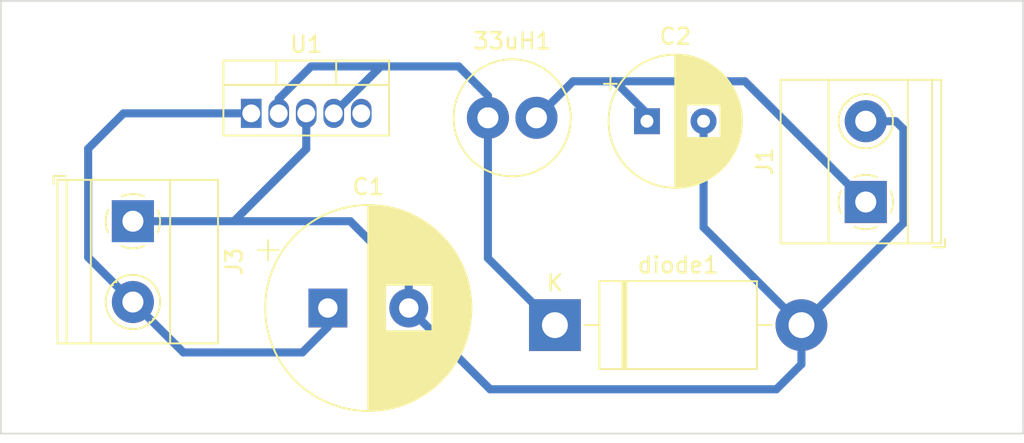
<source format=kicad_pcb>
(kicad_pcb (version 20221018) (generator pcbnew)
  (layers (0 "F.Cu" signal) (31 "B.Cu" signal) (34 "B.Paste" user) (35 "F.Paste" user) (36 "B.SilkS" user "B.Silkscreen") (37 "F.SilkS" user "F.Silkscreen") (38 "B.Mask" user) (39 "F.Mask" user) (44 "Edge.Cuts" user))
  (net 0 "")
  (net 1 "Net-(J1-Pin_1)")
  (net 2 "GND")
  (net 3 "Net-(J3-Pin_2)")
  (net 4 "Net-(U1-FB)")
  (footprint "Diode_THT:D_DO-201AD_P15.24mm_Horizontal" (layer "F.Cu") (at 135.21 80.36)
    (fp_text reference "diode1" (at 7.62 -3.72) (layer "F.SilkS"))
    (fp_text value "1N5820")
    (fp_text user "K" (at 0 -2.6) (layer "F.SilkS"))
    (fp_line (start 1.84 0) (end 2.75 0) (stroke (width 0.12)) (layer "F.SilkS"))
    (fp_line (start 2.75 -2.72) (end 2.75 2.72) (stroke (width 0.12)) (layer "F.SilkS"))
    (fp_line (start 2.75 2.72) (end 12.49 2.72) (stroke (width 0.12)) (layer "F.SilkS"))
    (fp_line (start 4.175 -2.72) (end 4.175 2.72) (stroke (width 0.12)) (layer "F.SilkS"))
    (fp_line (start 4.295 -2.72) (end 4.295 2.72) (stroke (width 0.12)) (layer "F.SilkS"))
    (fp_line (start 4.415 -2.72) (end 4.415 2.72) (stroke (width 0.12)) (layer "F.SilkS"))
    (fp_line (start 12.49 -2.72) (end 2.75 -2.72) (stroke (width 0.12)) (layer "F.SilkS"))
    (fp_line (start 12.49 2.72) (end 12.49 -2.72) (stroke (width 0.12)) (layer "F.SilkS"))
    (fp_line (start 13.4 0) (end 12.49 0) (stroke (width 0.12)) (layer "F.SilkS"))
    (pad "1" thru_hole rect (at 0 0) (size 3.2 3.2) (drill 1.6) (layers "*.Cu" "*.Mask") (net 4 "Net-(U1-FB)"))
    (pad "2" thru_hole oval (at 15.24 0) (size 3.2 3.2) (drill 1.6) (layers "*.Cu" "*.Mask") (net 2 "GND"))
  )
  (footprint "TerminalBlock_Phoenix:TerminalBlock_Phoenix_MKDS-1,5-2_1x02_P5.00mm_Horizontal" (layer "F.Cu") (at 109.125 73.93 -90)
    (fp_text reference "J3" (at 2.5 -6.26 90) (layer "F.SilkS"))
    (fp_text value "Screw_Terminal_01x02")
    (fp_line (start -2.8 4.16) (end -2.8 4.9) (stroke (width 0.12)) (layer "F.SilkS"))
    (fp_line (start -2.8 4.9) (end -2.3 4.9) (stroke (width 0.12)) (layer "F.SilkS"))
    (fp_line (start -2.56 -5.261) (end -2.56 4.66) (stroke (width 0.12)) (layer "F.SilkS"))
    (fp_line (start -2.56 -5.261) (end 7.56 -5.261) (stroke (width 0.12)) (layer "F.SilkS"))
    (fp_line (start -2.56 -2.301) (end 7.56 -2.301) (stroke (width 0.12)) (layer "F.SilkS"))
    (fp_line (start -2.56 2.6) (end 7.56 2.6) (stroke (width 0.12)) (layer "F.SilkS"))
    (fp_line (start -2.56 4.1) (end 7.56 4.1) (stroke (width 0.12)) (layer "F.SilkS"))
    (fp_line (start -2.56 4.66) (end 7.56 4.66) (stroke (width 0.12)) (layer "F.SilkS"))
    (fp_line (start 3.773 1.023) (end 3.726 1.069) (stroke (width 0.12)) (layer "F.SilkS"))
    (fp_line (start 3.966 1.239) (end 3.931 1.274) (stroke (width 0.12)) (layer "F.SilkS"))
    (fp_line (start 6.07 -1.275) (end 6.035 -1.239) (stroke (width 0.12)) (layer "F.SilkS"))
    (fp_line (start 6.275 -1.069) (end 6.228 -1.023) (stroke (width 0.12)) (layer "F.SilkS"))
    (fp_line (start 7.56 -5.261) (end 7.56 4.66) (stroke (width 0.12)) (layer "F.SilkS"))
    (fp_arc (start -1.535427 0.683042) (mid -1.680501 -0.000524) (end -1.535 -0.684) (stroke (width 0.12)) (layer "F.SilkS"))
    (fp_arc (start -0.683042 -1.535427) (mid 0.000524 -1.680501) (end 0.684 -1.535) (stroke (width 0.12)) (layer "F.SilkS"))
    (fp_arc (start 0.028805 1.680253) (mid -0.335551 1.646659) (end -0.684 1.535) (stroke (width 0.12)) (layer "F.SilkS"))
    (fp_arc (start 0.683318 1.534756) (mid 0.349292 1.643288) (end 0 1.68) (stroke (width 0.12)) (layer "F.SilkS"))
    (fp_arc (start 1.535427 -0.683042) (mid 1.680501 0.000524) (end 1.535 0.684) (stroke (width 0.12)) (layer "F.SilkS"))
    (fp_circle (center 5 0) (end 6.68 0) (stroke (width 0.12)) (fill none) (layer "F.SilkS"))
    (pad "1" thru_hole rect (at 0 0 270) (size 2.6 2.6) (drill 1.3) (layers "*.Cu" "*.Mask") (net 2 "GND"))
    (pad "2" thru_hole circle (at 5 0 270) (size 2.6 2.6) (drill 1.3) (layers "*.Cu" "*.Mask") (net 3 "Net-(J3-Pin_2)"))
  )
  (footprint "Capacitor_THT:CP_Radial_D12.5mm_P5.00mm" (layer "F.Cu") (at 121.176041 79.3)
    (fp_text reference "C1" (at 2.5 -7.5) (layer "F.SilkS"))
    (fp_text value "680uf")
    (fp_line (start -4.317082 -3.575) (end -3.067082 -3.575) (stroke (width 0.12)) (layer "F.SilkS"))
    (fp_line (start -3.692082 -4.2) (end -3.692082 -2.95) (stroke (width 0.12)) (layer "F.SilkS"))
    (fp_line (start 2.5 -6.33) (end 2.5 6.33) (stroke (width 0.12)) (layer "F.SilkS"))
    (fp_line (start 2.54 -6.33) (end 2.54 6.33) (stroke (width 0.12)) (layer "F.SilkS"))
    (fp_line (start 2.58 -6.33) (end 2.58 6.33) (stroke (width 0.12)) (layer "F.SilkS"))
    (fp_line (start 2.62 -6.329) (end 2.62 6.329) (stroke (width 0.12)) (layer "F.SilkS"))
    (fp_line (start 2.66 -6.328) (end 2.66 6.328) (stroke (width 0.12)) (layer "F.SilkS"))
    (fp_line (start 2.7 -6.327) (end 2.7 6.327) (stroke (width 0.12)) (layer "F.SilkS"))
    (fp_line (start 2.74 -6.326) (end 2.74 6.326) (stroke (width 0.12)) (layer "F.SilkS"))
    (fp_line (start 2.78 -6.324) (end 2.78 6.324) (stroke (width 0.12)) (layer "F.SilkS"))
    (fp_line (start 2.82 -6.322) (end 2.82 6.322) (stroke (width 0.12)) (layer "F.SilkS"))
    (fp_line (start 2.86 -6.32) (end 2.86 6.32) (stroke (width 0.12)) (layer "F.SilkS"))
    (fp_line (start 2.9 -6.318) (end 2.9 6.318) (stroke (width 0.12)) (layer "F.SilkS"))
    (fp_line (start 2.94 -6.315) (end 2.94 6.315) (stroke (width 0.12)) (layer "F.SilkS"))
    (fp_line (start 2.98 -6.312) (end 2.98 6.312) (stroke (width 0.12)) (layer "F.SilkS"))
    (fp_line (start 3.02 -6.309) (end 3.02 6.309) (stroke (width 0.12)) (layer "F.SilkS"))
    (fp_line (start 3.06 -6.306) (end 3.06 6.306) (stroke (width 0.12)) (layer "F.SilkS"))
    (fp_line (start 3.1 -6.302) (end 3.1 6.302) (stroke (width 0.12)) (layer "F.SilkS"))
    (fp_line (start 3.14 -6.298) (end 3.14 6.298) (stroke (width 0.12)) (layer "F.SilkS"))
    (fp_line (start 3.18 -6.294) (end 3.18 6.294) (stroke (width 0.12)) (layer "F.SilkS"))
    (fp_line (start 3.221 -6.29) (end 3.221 6.29) (stroke (width 0.12)) (layer "F.SilkS"))
    (fp_line (start 3.261 -6.285) (end 3.261 6.285) (stroke (width 0.12)) (layer "F.SilkS"))
    (fp_line (start 3.301 -6.28) (end 3.301 6.28) (stroke (width 0.12)) (layer "F.SilkS"))
    (fp_line (start 3.341 -6.275) (end 3.341 6.275) (stroke (width 0.12)) (layer "F.SilkS"))
    (fp_line (start 3.381 -6.269) (end 3.381 6.269) (stroke (width 0.12)) (layer "F.SilkS"))
    (fp_line (start 3.421 -6.264) (end 3.421 6.264) (stroke (width 0.12)) (layer "F.SilkS"))
    (fp_line (start 3.461 -6.258) (end 3.461 6.258) (stroke (width 0.12)) (layer "F.SilkS"))
    (fp_line (start 3.501 -6.252) (end 3.501 6.252) (stroke (width 0.12)) (layer "F.SilkS"))
    (fp_line (start 3.541 -6.245) (end 3.541 6.245) (stroke (width 0.12)) (layer "F.SilkS"))
    (fp_line (start 3.581 -6.238) (end 3.581 -1.44) (stroke (width 0.12)) (layer "F.SilkS"))
    (fp_line (start 3.581 1.44) (end 3.581 6.238) (stroke (width 0.12)) (layer "F.SilkS"))
    (fp_line (start 3.621 -6.231) (end 3.621 -1.44) (stroke (width 0.12)) (layer "F.SilkS"))
    (fp_line (start 3.621 1.44) (end 3.621 6.231) (stroke (width 0.12)) (layer "F.SilkS"))
    (fp_line (start 3.661 -6.224) (end 3.661 -1.44) (stroke (width 0.12)) (layer "F.SilkS"))
    (fp_line (start 3.661 1.44) (end 3.661 6.224) (stroke (width 0.12)) (layer "F.SilkS"))
    (fp_line (start 3.701 -6.216) (end 3.701 -1.44) (stroke (width 0.12)) (layer "F.SilkS"))
    (fp_line (start 3.701 1.44) (end 3.701 6.216) (stroke (width 0.12)) (layer "F.SilkS"))
    (fp_line (start 3.741 -6.209) (end 3.741 -1.44) (stroke (width 0.12)) (layer "F.SilkS"))
    (fp_line (start 3.741 1.44) (end 3.741 6.209) (stroke (width 0.12)) (layer "F.SilkS"))
    (fp_line (start 3.781 -6.201) (end 3.781 -1.44) (stroke (width 0.12)) (layer "F.SilkS"))
    (fp_line (start 3.781 1.44) (end 3.781 6.201) (stroke (width 0.12)) (layer "F.SilkS"))
    (fp_line (start 3.821 -6.192) (end 3.821 -1.44) (stroke (width 0.12)) (layer "F.SilkS"))
    (fp_line (start 3.821 1.44) (end 3.821 6.192) (stroke (width 0.12)) (layer "F.SilkS"))
    (fp_line (start 3.861 -6.184) (end 3.861 -1.44) (stroke (width 0.12)) (layer "F.SilkS"))
    (fp_line (start 3.861 1.44) (end 3.861 6.184) (stroke (width 0.12)) (layer "F.SilkS"))
    (fp_line (start 3.901 -6.175) (end 3.901 -1.44) (stroke (width 0.12)) (layer "F.SilkS"))
    (fp_line (start 3.901 1.44) (end 3.901 6.175) (stroke (width 0.12)) (layer "F.SilkS"))
    (fp_line (start 3.941 -6.166) (end 3.941 -1.44) (stroke (width 0.12)) (layer "F.SilkS"))
    (fp_line (start 3.941 1.44) (end 3.941 6.166) (stroke (width 0.12)) (layer "F.SilkS"))
    (fp_line (start 3.981 -6.156) (end 3.981 -1.44) (stroke (width 0.12)) (layer "F.SilkS"))
    (fp_line (start 3.981 1.44) (end 3.981 6.156) (stroke (width 0.12)) (layer "F.SilkS"))
    (fp_line (start 4.021 -6.146) (end 4.021 -1.44) (stroke (width 0.12)) (layer "F.SilkS"))
    (fp_line (start 4.021 1.44) (end 4.021 6.146) (stroke (width 0.12)) (layer "F.SilkS"))
    (fp_line (start 4.061 -6.137) (end 4.061 -1.44) (stroke (width 0.12)) (layer "F.SilkS"))
    (fp_line (start 4.061 1.44) (end 4.061 6.137) (stroke (width 0.12)) (layer "F.SilkS"))
    (fp_line (start 4.101 -6.126) (end 4.101 -1.44) (stroke (width 0.12)) (layer "F.SilkS"))
    (fp_line (start 4.101 1.44) (end 4.101 6.126) (stroke (width 0.12)) (layer "F.SilkS"))
    (fp_line (start 4.141 -6.116) (end 4.141 -1.44) (stroke (width 0.12)) (layer "F.SilkS"))
    (fp_line (start 4.141 1.44) (end 4.141 6.116) (stroke (width 0.12)) (layer "F.SilkS"))
    (fp_line (start 4.181 -6.105) (end 4.181 -1.44) (stroke (width 0.12)) (layer "F.SilkS"))
    (fp_line (start 4.181 1.44) (end 4.181 6.105) (stroke (width 0.12)) (layer "F.SilkS"))
    (fp_line (start 4.221 -6.094) (end 4.221 -1.44) (stroke (width 0.12)) (layer "F.SilkS"))
    (fp_line (start 4.221 1.44) (end 4.221 6.094) (stroke (width 0.12)) (layer "F.SilkS"))
    (fp_line (start 4.261 -6.083) (end 4.261 -1.44) (stroke (width 0.12)) (layer "F.SilkS"))
    (fp_line (start 4.261 1.44) (end 4.261 6.083) (stroke (width 0.12)) (layer "F.SilkS"))
    (fp_line (start 4.301 -6.071) (end 4.301 -1.44) (stroke (width 0.12)) (layer "F.SilkS"))
    (fp_line (start 4.301 1.44) (end 4.301 6.071) (stroke (width 0.12)) (layer "F.SilkS"))
    (fp_line (start 4.341 -6.059) (end 4.341 -1.44) (stroke (width 0.12)) (layer "F.SilkS"))
    (fp_line (start 4.341 1.44) (end 4.341 6.059) (stroke (width 0.12)) (layer "F.SilkS"))
    (fp_line (start 4.381 -6.047) (end 4.381 -1.44) (stroke (width 0.12)) (layer "F.SilkS"))
    (fp_line (start 4.381 1.44) (end 4.381 6.047) (stroke (width 0.12)) (layer "F.SilkS"))
    (fp_line (start 4.421 -6.034) (end 4.421 -1.44) (stroke (width 0.12)) (layer "F.SilkS"))
    (fp_line (start 4.421 1.44) (end 4.421 6.034) (stroke (width 0.12)) (layer "F.SilkS"))
    (fp_line (start 4.461 -6.021) (end 4.461 -1.44) (stroke (width 0.12)) (layer "F.SilkS"))
    (fp_line (start 4.461 1.44) (end 4.461 6.021) (stroke (width 0.12)) (layer "F.SilkS"))
    (fp_line (start 4.501 -6.008) (end 4.501 -1.44) (stroke (width 0.12)) (layer "F.SilkS"))
    (fp_line (start 4.501 1.44) (end 4.501 6.008) (stroke (width 0.12)) (layer "F.SilkS"))
    (fp_line (start 4.541 -5.995) (end 4.541 -1.44) (stroke (width 0.12)) (layer "F.SilkS"))
    (fp_line (start 4.541 1.44) (end 4.541 5.995) (stroke (width 0.12)) (layer "F.SilkS"))
    (fp_line (start 4.581 -5.981) (end 4.581 -1.44) (stroke (width 0.12)) (layer "F.SilkS"))
    (fp_line (start 4.581 1.44) (end 4.581 5.981) (stroke (width 0.12)) (layer "F.SilkS"))
    (fp_line (start 4.621 -5.967) (end 4.621 -1.44) (stroke (width 0.12)) (layer "F.SilkS"))
    (fp_line (start 4.621 1.44) (end 4.621 5.967) (stroke (width 0.12)) (layer "F.SilkS"))
    (fp_line (start 4.661 -5.953) (end 4.661 -1.44) (stroke (width 0.12)) (layer "F.SilkS"))
    (fp_line (start 4.661 1.44) (end 4.661 5.953) (stroke (width 0.12)) (layer "F.SilkS"))
    (fp_line (start 4.701 -5.939) (end 4.701 -1.44) (stroke (width 0.12)) (layer "F.SilkS"))
    (fp_line (start 4.701 1.44) (end 4.701 5.939) (stroke (width 0.12)) (layer "F.SilkS"))
    (fp_line (start 4.741 -5.924) (end 4.741 -1.44) (stroke (width 0.12)) (layer "F.SilkS"))
    (fp_line (start 4.741 1.44) (end 4.741 5.924) (stroke (width 0.12)) (layer "F.SilkS"))
    (fp_line (start 4.781 -5.908) (end 4.781 -1.44) (stroke (width 0.12)) (layer "F.SilkS"))
    (fp_line (start 4.781 1.44) (end 4.781 5.908) (stroke (width 0.12)) (layer "F.SilkS"))
    (fp_line (start 4.821 -5.893) (end 4.821 -1.44) (stroke (width 0.12)) (layer "F.SilkS"))
    (fp_line (start 4.821 1.44) (end 4.821 5.893) (stroke (width 0.12)) (layer "F.SilkS"))
    (fp_line (start 4.861 -5.877) (end 4.861 -1.44) (stroke (width 0.12)) (layer "F.SilkS"))
    (fp_line (start 4.861 1.44) (end 4.861 5.877) (stroke (width 0.12)) (layer "F.SilkS"))
    (fp_line (start 4.901 -5.861) (end 4.901 -1.44) (stroke (width 0.12)) (layer "F.SilkS"))
    (fp_line (start 4.901 1.44) (end 4.901 5.861) (stroke (width 0.12)) (layer "F.SilkS"))
    (fp_line (start 4.941 -5.845) (end 4.941 -1.44) (stroke (width 0.12)) (layer "F.SilkS"))
    (fp_line (start 4.941 1.44) (end 4.941 5.845) (stroke (width 0.12)) (layer "F.SilkS"))
    (fp_line (start 4.981 -5.828) (end 4.981 -1.44) (stroke (width 0.12)) (layer "F.SilkS"))
    (fp_line (start 4.981 1.44) (end 4.981 5.828) (stroke (width 0.12)) (layer "F.SilkS"))
    (fp_line (start 5.021 -5.811) (end 5.021 -1.44) (stroke (width 0.12)) (layer "F.SilkS"))
    (fp_line (start 5.021 1.44) (end 5.021 5.811) (stroke (width 0.12)) (layer "F.SilkS"))
    (fp_line (start 5.061 -5.793) (end 5.061 -1.44) (stroke (width 0.12)) (layer "F.SilkS"))
    (fp_line (start 5.061 1.44) (end 5.061 5.793) (stroke (width 0.12)) (layer "F.SilkS"))
    (fp_line (start 5.101 -5.776) (end 5.101 -1.44) (stroke (width 0.12)) (layer "F.SilkS"))
    (fp_line (start 5.101 1.44) (end 5.101 5.776) (stroke (width 0.12)) (layer "F.SilkS"))
    (fp_line (start 5.141 -5.758) (end 5.141 -1.44) (stroke (width 0.12)) (layer "F.SilkS"))
    (fp_line (start 5.141 1.44) (end 5.141 5.758) (stroke (width 0.12)) (layer "F.SilkS"))
    (fp_line (start 5.181 -5.739) (end 5.181 -1.44) (stroke (width 0.12)) (layer "F.SilkS"))
    (fp_line (start 5.181 1.44) (end 5.181 5.739) (stroke (width 0.12)) (layer "F.SilkS"))
    (fp_line (start 5.221 -5.721) (end 5.221 -1.44) (stroke (width 0.12)) (layer "F.SilkS"))
    (fp_line (start 5.221 1.44) (end 5.221 5.721) (stroke (width 0.12)) (layer "F.SilkS"))
    (fp_line (start 5.261 -5.702) (end 5.261 -1.44) (stroke (width 0.12)) (layer "F.SilkS"))
    (fp_line (start 5.261 1.44) (end 5.261 5.702) (stroke (width 0.12)) (layer "F.SilkS"))
    (fp_line (start 5.301 -5.682) (end 5.301 -1.44) (stroke (width 0.12)) (layer "F.SilkS"))
    (fp_line (start 5.301 1.44) (end 5.301 5.682) (stroke (width 0.12)) (layer "F.SilkS"))
    (fp_line (start 5.341 -5.662) (end 5.341 -1.44) (stroke (width 0.12)) (layer "F.SilkS"))
    (fp_line (start 5.341 1.44) (end 5.341 5.662) (stroke (width 0.12)) (layer "F.SilkS"))
    (fp_line (start 5.381 -5.642) (end 5.381 -1.44) (stroke (width 0.12)) (layer "F.SilkS"))
    (fp_line (start 5.381 1.44) (end 5.381 5.642) (stroke (width 0.12)) (layer "F.SilkS"))
    (fp_line (start 5.421 -5.622) (end 5.421 -1.44) (stroke (width 0.12)) (layer "F.SilkS"))
    (fp_line (start 5.421 1.44) (end 5.421 5.622) (stroke (width 0.12)) (layer "F.SilkS"))
    (fp_line (start 5.461 -5.601) (end 5.461 -1.44) (stroke (width 0.12)) (layer "F.SilkS"))
    (fp_line (start 5.461 1.44) (end 5.461 5.601) (stroke (width 0.12)) (layer "F.SilkS"))
    (fp_line (start 5.501 -5.58) (end 5.501 -1.44) (stroke (width 0.12)) (layer "F.SilkS"))
    (fp_line (start 5.501 1.44) (end 5.501 5.58) (stroke (width 0.12)) (layer "F.SilkS"))
    (fp_line (start 5.541 -5.558) (end 5.541 -1.44) (stroke (width 0.12)) (layer "F.SilkS"))
    (fp_line (start 5.541 1.44) (end 5.541 5.558) (stroke (width 0.12)) (layer "F.SilkS"))
    (fp_line (start 5.581 -5.536) (end 5.581 -1.44) (stroke (width 0.12)) (layer "F.SilkS"))
    (fp_line (start 5.581 1.44) (end 5.581 5.536) (stroke (width 0.12)) (layer "F.SilkS"))
    (fp_line (start 5.621 -5.514) (end 5.621 -1.44) (stroke (width 0.12)) (layer "F.SilkS"))
    (fp_line (start 5.621 1.44) (end 5.621 5.514) (stroke (width 0.12)) (layer "F.SilkS"))
    (fp_line (start 5.661 -5.491) (end 5.661 -1.44) (stroke (width 0.12)) (layer "F.SilkS"))
    (fp_line (start 5.661 1.44) (end 5.661 5.491) (stroke (width 0.12)) (layer "F.SilkS"))
    (fp_line (start 5.701 -5.468) (end 5.701 -1.44) (stroke (width 0.12)) (layer "F.SilkS"))
    (fp_line (start 5.701 1.44) (end 5.701 5.468) (stroke (width 0.12)) (layer "F.SilkS"))
    (fp_line (start 5.741 -5.445) (end 5.741 -1.44) (stroke (width 0.12)) (layer "F.SilkS"))
    (fp_line (start 5.741 1.44) (end 5.741 5.445) (stroke (width 0.12)) (layer "F.SilkS"))
    (fp_line (start 5.781 -5.421) (end 5.781 -1.44) (stroke (width 0.12)) (layer "F.SilkS"))
    (fp_line (start 5.781 1.44) (end 5.781 5.421) (stroke (width 0.12)) (layer "F.SilkS"))
    (fp_line (start 5.821 -5.397) (end 5.821 -1.44) (stroke (width 0.12)) (layer "F.SilkS"))
    (fp_line (start 5.821 1.44) (end 5.821 5.397) (stroke (width 0.12)) (layer "F.SilkS"))
    (fp_line (start 5.861 -5.372) (end 5.861 -1.44) (stroke (width 0.12)) (layer "F.SilkS"))
    (fp_line (start 5.861 1.44) (end 5.861 5.372) (stroke (width 0.12)) (layer "F.SilkS"))
    (fp_line (start 5.901 -5.347) (end 5.901 -1.44) (stroke (width 0.12)) (layer "F.SilkS"))
    (fp_line (start 5.901 1.44) (end 5.901 5.347) (stroke (width 0.12)) (layer "F.SilkS"))
    (fp_line (start 5.941 -5.322) (end 5.941 -1.44) (stroke (width 0.12)) (layer "F.SilkS"))
    (fp_line (start 5.941 1.44) (end 5.941 5.322) (stroke (width 0.12)) (layer "F.SilkS"))
    (fp_line (start 5.981 -5.296) (end 5.981 -1.44) (stroke (width 0.12)) (layer "F.SilkS"))
    (fp_line (start 5.981 1.44) (end 5.981 5.296) (stroke (width 0.12)) (layer "F.SilkS"))
    (fp_line (start 6.021 -5.27) (end 6.021 -1.44) (stroke (width 0.12)) (layer "F.SilkS"))
    (fp_line (start 6.021 1.44) (end 6.021 5.27) (stroke (width 0.12)) (layer "F.SilkS"))
    (fp_line (start 6.061 -5.243) (end 6.061 -1.44) (stroke (width 0.12)) (layer "F.SilkS"))
    (fp_line (start 6.061 1.44) (end 6.061 5.243) (stroke (width 0.12)) (layer "F.SilkS"))
    (fp_line (start 6.101 -5.216) (end 6.101 -1.44) (stroke (width 0.12)) (layer "F.SilkS"))
    (fp_line (start 6.101 1.44) (end 6.101 5.216) (stroke (width 0.12)) (layer "F.SilkS"))
    (fp_line (start 6.141 -5.188) (end 6.141 -1.44) (stroke (width 0.12)) (layer "F.SilkS"))
    (fp_line (start 6.141 1.44) (end 6.141 5.188) (stroke (width 0.12)) (layer "F.SilkS"))
    (fp_line (start 6.181 -5.16) (end 6.181 -1.44) (stroke (width 0.12)) (layer "F.SilkS"))
    (fp_line (start 6.181 1.44) (end 6.181 5.16) (stroke (width 0.12)) (layer "F.SilkS"))
    (fp_line (start 6.221 -5.131) (end 6.221 -1.44) (stroke (width 0.12)) (layer "F.SilkS"))
    (fp_line (start 6.221 1.44) (end 6.221 5.131) (stroke (width 0.12)) (layer "F.SilkS"))
    (fp_line (start 6.261 -5.102) (end 6.261 -1.44) (stroke (width 0.12)) (layer "F.SilkS"))
    (fp_line (start 6.261 1.44) (end 6.261 5.102) (stroke (width 0.12)) (layer "F.SilkS"))
    (fp_line (start 6.301 -5.073) (end 6.301 -1.44) (stroke (width 0.12)) (layer "F.SilkS"))
    (fp_line (start 6.301 1.44) (end 6.301 5.073) (stroke (width 0.12)) (layer "F.SilkS"))
    (fp_line (start 6.341 -5.043) (end 6.341 -1.44) (stroke (width 0.12)) (layer "F.SilkS"))
    (fp_line (start 6.341 1.44) (end 6.341 5.043) (stroke (width 0.12)) (layer "F.SilkS"))
    (fp_line (start 6.381 -5.012) (end 6.381 -1.44) (stroke (width 0.12)) (layer "F.SilkS"))
    (fp_line (start 6.381 1.44) (end 6.381 5.012) (stroke (width 0.12)) (layer "F.SilkS"))
    (fp_line (start 6.421 -4.982) (end 6.421 -1.44) (stroke (width 0.12)) (layer "F.SilkS"))
    (fp_line (start 6.421 1.44) (end 6.421 4.982) (stroke (width 0.12)) (layer "F.SilkS"))
    (fp_line (start 6.461 -4.95) (end 6.461 4.95) (stroke (width 0.12)) (layer "F.SilkS"))
    (fp_line (start 6.501 -4.918) (end 6.501 4.918) (stroke (width 0.12)) (layer "F.SilkS"))
    (fp_line (start 6.541 -4.885) (end 6.541 4.885) (stroke (width 0.12)) (layer "F.SilkS"))
    (fp_line (start 6.581 -4.852) (end 6.581 4.852) (stroke (width 0.12)) (layer "F.SilkS"))
    (fp_line (start 6.621 -4.819) (end 6.621 4.819) (stroke (width 0.12)) (layer "F.SilkS"))
    (fp_line (start 6.661 -4.785) (end 6.661 4.785) (stroke (width 0.12)) (layer "F.SilkS"))
    (fp_line (start 6.701 -4.75) (end 6.701 4.75) (stroke (width 0.12)) (layer "F.SilkS"))
    (fp_line (start 6.741 -4.714) (end 6.741 4.714) (stroke (width 0.12)) (layer "F.SilkS"))
    (fp_line (start 6.781 -4.678) (end 6.781 4.678) (stroke (width 0.12)) (layer "F.SilkS"))
    (fp_line (start 6.821 -4.642) (end 6.821 4.642) (stroke (width 0.12)) (layer "F.SilkS"))
    (fp_line (start 6.861 -4.605) (end 6.861 4.605) (stroke (width 0.12)) (layer "F.SilkS"))
    (fp_line (start 6.901 -4.567) (end 6.901 4.567) (stroke (width 0.12)) (layer "F.SilkS"))
    (fp_line (start 6.941 -4.528) (end 6.941 4.528) (stroke (width 0.12)) (layer "F.SilkS"))
    (fp_line (start 6.981 -4.489) (end 6.981 4.489) (stroke (width 0.12)) (layer "F.SilkS"))
    (fp_line (start 7.021 -4.449) (end 7.021 4.449) (stroke (width 0.12)) (layer "F.SilkS"))
    (fp_line (start 7.061 -4.408) (end 7.061 4.408) (stroke (width 0.12)) (layer "F.SilkS"))
    (fp_line (start 7.101 -4.367) (end 7.101 4.367) (stroke (width 0.12)) (layer "F.SilkS"))
    (fp_line (start 7.141 -4.325) (end 7.141 4.325) (stroke (width 0.12)) (layer "F.SilkS"))
    (fp_line (start 7.181 -4.282) (end 7.181 4.282) (stroke (width 0.12)) (layer "F.SilkS"))
    (fp_line (start 7.221 -4.238) (end 7.221 4.238) (stroke (width 0.12)) (layer "F.SilkS"))
    (fp_line (start 7.261 -4.194) (end 7.261 4.194) (stroke (width 0.12)) (layer "F.SilkS"))
    (fp_line (start 7.301 -4.148) (end 7.301 4.148) (stroke (width 0.12)) (layer "F.SilkS"))
    (fp_line (start 7.341 -4.102) (end 7.341 4.102) (stroke (width 0.12)) (layer "F.SilkS"))
    (fp_line (start 7.381 -4.055) (end 7.381 4.055) (stroke (width 0.12)) (layer "F.SilkS"))
    (fp_line (start 7.421 -4.007) (end 7.421 4.007) (stroke (width 0.12)) (layer "F.SilkS"))
    (fp_line (start 7.461 -3.957) (end 7.461 3.957) (stroke (width 0.12)) (layer "F.SilkS"))
    (fp_line (start 7.501 -3.907) (end 7.501 3.907) (stroke (width 0.12)) (layer "F.SilkS"))
    (fp_line (start 7.541 -3.856) (end 7.541 3.856) (stroke (width 0.12)) (layer "F.SilkS"))
    (fp_line (start 7.581 -3.804) (end 7.581 3.804) (stroke (width 0.12)) (layer "F.SilkS"))
    (fp_line (start 7.621 -3.75) (end 7.621 3.75) (stroke (width 0.12)) (layer "F.SilkS"))
    (fp_line (start 7.661 -3.696) (end 7.661 3.696) (stroke (width 0.12)) (layer "F.SilkS"))
    (fp_line (start 7.701 -3.64) (end 7.701 3.64) (stroke (width 0.12)) (layer "F.SilkS"))
    (fp_line (start 7.741 -3.583) (end 7.741 3.583) (stroke (width 0.12)) (layer "F.SilkS"))
    (fp_line (start 7.781 -3.524) (end 7.781 3.524) (stroke (width 0.12)) (layer "F.SilkS"))
    (fp_line (start 7.821 -3.464) (end 7.821 3.464) (stroke (width 0.12)) (layer "F.SilkS"))
    (fp_line (start 7.861 -3.402) (end 7.861 3.402) (stroke (width 0.12)) (layer "F.SilkS"))
    (fp_line (start 7.901 -3.339) (end 7.901 3.339) (stroke (width 0.12)) (layer "F.SilkS"))
    (fp_line (start 7.941 -3.275) (end 7.941 3.275) (stroke (width 0.12)) (layer "F.SilkS"))
    (fp_line (start 7.981 -3.208) (end 7.981 3.208) (stroke (width 0.12)) (layer "F.SilkS"))
    (fp_line (start 8.021 -3.14) (end 8.021 3.14) (stroke (width 0.12)) (layer "F.SilkS"))
    (fp_line (start 8.061 -3.069) (end 8.061 3.069) (stroke (width 0.12)) (layer "F.SilkS"))
    (fp_line (start 8.101 -2.996) (end 8.101 2.996) (stroke (width 0.12)) (layer "F.SilkS"))
    (fp_line (start 8.141 -2.921) (end 8.141 2.921) (stroke (width 0.12)) (layer "F.SilkS"))
    (fp_line (start 8.181 -2.844) (end 8.181 2.844) (stroke (width 0.12)) (layer "F.SilkS"))
    (fp_line (start 8.221 -2.764) (end 8.221 2.764) (stroke (width 0.12)) (layer "F.SilkS"))
    (fp_line (start 8.261 -2.681) (end 8.261 2.681) (stroke (width 0.12)) (layer "F.SilkS"))
    (fp_line (start 8.301 -2.594) (end 8.301 2.594) (stroke (width 0.12)) (layer "F.SilkS"))
    (fp_line (start 8.341 -2.504) (end 8.341 2.504) (stroke (width 0.12)) (layer "F.SilkS"))
    (fp_line (start 8.381 -2.41) (end 8.381 2.41) (stroke (width 0.12)) (layer "F.SilkS"))
    (fp_line (start 8.421 -2.312) (end 8.421 2.312) (stroke (width 0.12)) (layer "F.SilkS"))
    (fp_line (start 8.461 -2.209) (end 8.461 2.209) (stroke (width 0.12)) (layer "F.SilkS"))
    (fp_line (start 8.501 -2.1) (end 8.501 2.1) (stroke (width 0.12)) (layer "F.SilkS"))
    (fp_line (start 8.541 -1.984) (end 8.541 1.984) (stroke (width 0.12)) (layer "F.SilkS"))
    (fp_line (start 8.581 -1.861) (end 8.581 1.861) (stroke (width 0.12)) (layer "F.SilkS"))
    (fp_line (start 8.621 -1.728) (end 8.621 1.728) (stroke (width 0.12)) (layer "F.SilkS"))
    (fp_line (start 8.661 -1.583) (end 8.661 1.583) (stroke (width 0.12)) (layer "F.SilkS"))
    (fp_line (start 8.701 -1.422) (end 8.701 1.422) (stroke (width 0.12)) (layer "F.SilkS"))
    (fp_line (start 8.741 -1.241) (end 8.741 1.241) (stroke (width 0.12)) (layer "F.SilkS"))
    (fp_line (start 8.781 -1.028) (end 8.781 1.028) (stroke (width 0.12)) (layer "F.SilkS"))
    (fp_line (start 8.821 -0.757) (end 8.821 0.757) (stroke (width 0.12)) (layer "F.SilkS"))
    (fp_line (start 8.861 -0.317) (end 8.861 0.317) (stroke (width 0.12)) (layer "F.SilkS"))
    (fp_circle (center 2.5 0) (end 8.87 0) (stroke (width 0.12)) (fill none) (layer "F.SilkS"))
    (pad "1" thru_hole rect (at 0 0) (size 2.4 2.4) (drill 1.2) (layers "*.Cu" "*.Mask") (net 3 "Net-(J3-Pin_2)"))
    (pad "2" thru_hole circle (at 5 0) (size 2.4 2.4) (drill 1.2) (layers "*.Cu" "*.Mask") (net 2 "GND"))
  )
  (footprint "Capacitor_THT:CP_Radial_D8.0mm_P3.50mm" (layer "F.Cu") (at 140.9 67.74)
    (fp_text reference "C2" (at 1.75 -5.25) (layer "F.SilkS"))
    (fp_text value "C_Polarized")
    (fp_line (start -2.659698 -2.315) (end -1.859698 -2.315) (stroke (width 0.12)) (layer "F.SilkS"))
    (fp_line (start -2.259698 -2.715) (end -2.259698 -1.915) (stroke (width 0.12)) (layer "F.SilkS"))
    (fp_line (start 1.75 -4.08) (end 1.75 4.08) (stroke (width 0.12)) (layer "F.SilkS"))
    (fp_line (start 1.79 -4.08) (end 1.79 4.08) (stroke (width 0.12)) (layer "F.SilkS"))
    (fp_line (start 1.83 -4.08) (end 1.83 4.08) (stroke (width 0.12)) (layer "F.SilkS"))
    (fp_line (start 1.87 -4.079) (end 1.87 4.079) (stroke (width 0.12)) (layer "F.SilkS"))
    (fp_line (start 1.91 -4.077) (end 1.91 4.077) (stroke (width 0.12)) (layer "F.SilkS"))
    (fp_line (start 1.95 -4.076) (end 1.95 4.076) (stroke (width 0.12)) (layer "F.SilkS"))
    (fp_line (start 1.99 -4.074) (end 1.99 4.074) (stroke (width 0.12)) (layer "F.SilkS"))
    (fp_line (start 2.03 -4.071) (end 2.03 4.071) (stroke (width 0.12)) (layer "F.SilkS"))
    (fp_line (start 2.07 -4.068) (end 2.07 4.068) (stroke (width 0.12)) (layer "F.SilkS"))
    (fp_line (start 2.11 -4.065) (end 2.11 4.065) (stroke (width 0.12)) (layer "F.SilkS"))
    (fp_line (start 2.15 -4.061) (end 2.15 4.061) (stroke (width 0.12)) (layer "F.SilkS"))
    (fp_line (start 2.19 -4.057) (end 2.19 4.057) (stroke (width 0.12)) (layer "F.SilkS"))
    (fp_line (start 2.23 -4.052) (end 2.23 4.052) (stroke (width 0.12)) (layer "F.SilkS"))
    (fp_line (start 2.27 -4.048) (end 2.27 4.048) (stroke (width 0.12)) (layer "F.SilkS"))
    (fp_line (start 2.31 -4.042) (end 2.31 4.042) (stroke (width 0.12)) (layer "F.SilkS"))
    (fp_line (start 2.35 -4.037) (end 2.35 4.037) (stroke (width 0.12)) (layer "F.SilkS"))
    (fp_line (start 2.39 -4.03) (end 2.39 4.03) (stroke (width 0.12)) (layer "F.SilkS"))
    (fp_line (start 2.43 -4.024) (end 2.43 4.024) (stroke (width 0.12)) (layer "F.SilkS"))
    (fp_line (start 2.471 -4.017) (end 2.471 -1.04) (stroke (width 0.12)) (layer "F.SilkS"))
    (fp_line (start 2.471 1.04) (end 2.471 4.017) (stroke (width 0.12)) (layer "F.SilkS"))
    (fp_line (start 2.511 -4.01) (end 2.511 -1.04) (stroke (width 0.12)) (layer "F.SilkS"))
    (fp_line (start 2.511 1.04) (end 2.511 4.01) (stroke (width 0.12)) (layer "F.SilkS"))
    (fp_line (start 2.551 -4.002) (end 2.551 -1.04) (stroke (width 0.12)) (layer "F.SilkS"))
    (fp_line (start 2.551 1.04) (end 2.551 4.002) (stroke (width 0.12)) (layer "F.SilkS"))
    (fp_line (start 2.591 -3.994) (end 2.591 -1.04) (stroke (width 0.12)) (layer "F.SilkS"))
    (fp_line (start 2.591 1.04) (end 2.591 3.994) (stroke (width 0.12)) (layer "F.SilkS"))
    (fp_line (start 2.631 -3.985) (end 2.631 -1.04) (stroke (width 0.12)) (layer "F.SilkS"))
    (fp_line (start 2.631 1.04) (end 2.631 3.985) (stroke (width 0.12)) (layer "F.SilkS"))
    (fp_line (start 2.671 -3.976) (end 2.671 -1.04) (stroke (width 0.12)) (layer "F.SilkS"))
    (fp_line (start 2.671 1.04) (end 2.671 3.976) (stroke (width 0.12)) (layer "F.SilkS"))
    (fp_line (start 2.711 -3.967) (end 2.711 -1.04) (stroke (width 0.12)) (layer "F.SilkS"))
    (fp_line (start 2.711 1.04) (end 2.711 3.967) (stroke (width 0.12)) (layer "F.SilkS"))
    (fp_line (start 2.751 -3.957) (end 2.751 -1.04) (stroke (width 0.12)) (layer "F.SilkS"))
    (fp_line (start 2.751 1.04) (end 2.751 3.957) (stroke (width 0.12)) (layer "F.SilkS"))
    (fp_line (start 2.791 -3.947) (end 2.791 -1.04) (stroke (width 0.12)) (layer "F.SilkS"))
    (fp_line (start 2.791 1.04) (end 2.791 3.947) (stroke (width 0.12)) (layer "F.SilkS"))
    (fp_line (start 2.831 -3.936) (end 2.831 -1.04) (stroke (width 0.12)) (layer "F.SilkS"))
    (fp_line (start 2.831 1.04) (end 2.831 3.936) (stroke (width 0.12)) (layer "F.SilkS"))
    (fp_line (start 2.871 -3.925) (end 2.871 -1.04) (stroke (width 0.12)) (layer "F.SilkS"))
    (fp_line (start 2.871 1.04) (end 2.871 3.925) (stroke (width 0.12)) (layer "F.SilkS"))
    (fp_line (start 2.911 -3.914) (end 2.911 -1.04) (stroke (width 0.12)) (layer "F.SilkS"))
    (fp_line (start 2.911 1.04) (end 2.911 3.914) (stroke (width 0.12)) (layer "F.SilkS"))
    (fp_line (start 2.951 -3.902) (end 2.951 -1.04) (stroke (width 0.12)) (layer "F.SilkS"))
    (fp_line (start 2.951 1.04) (end 2.951 3.902) (stroke (width 0.12)) (layer "F.SilkS"))
    (fp_line (start 2.991 -3.889) (end 2.991 -1.04) (stroke (width 0.12)) (layer "F.SilkS"))
    (fp_line (start 2.991 1.04) (end 2.991 3.889) (stroke (width 0.12)) (layer "F.SilkS"))
    (fp_line (start 3.031 -3.877) (end 3.031 -1.04) (stroke (width 0.12)) (layer "F.SilkS"))
    (fp_line (start 3.031 1.04) (end 3.031 3.877) (stroke (width 0.12)) (layer "F.SilkS"))
    (fp_line (start 3.071 -3.863) (end 3.071 -1.04) (stroke (width 0.12)) (layer "F.SilkS"))
    (fp_line (start 3.071 1.04) (end 3.071 3.863) (stroke (width 0.12)) (layer "F.SilkS"))
    (fp_line (start 3.111 -3.85) (end 3.111 -1.04) (stroke (width 0.12)) (layer "F.SilkS"))
    (fp_line (start 3.111 1.04) (end 3.111 3.85) (stroke (width 0.12)) (layer "F.SilkS"))
    (fp_line (start 3.151 -3.835) (end 3.151 -1.04) (stroke (width 0.12)) (layer "F.SilkS"))
    (fp_line (start 3.151 1.04) (end 3.151 3.835) (stroke (width 0.12)) (layer "F.SilkS"))
    (fp_line (start 3.191 -3.821) (end 3.191 -1.04) (stroke (width 0.12)) (layer "F.SilkS"))
    (fp_line (start 3.191 1.04) (end 3.191 3.821) (stroke (width 0.12)) (layer "F.SilkS"))
    (fp_line (start 3.231 -3.805) (end 3.231 -1.04) (stroke (width 0.12)) (layer "F.SilkS"))
    (fp_line (start 3.231 1.04) (end 3.231 3.805) (stroke (width 0.12)) (layer "F.SilkS"))
    (fp_line (start 3.271 -3.79) (end 3.271 -1.04) (stroke (width 0.12)) (layer "F.SilkS"))
    (fp_line (start 3.271 1.04) (end 3.271 3.79) (stroke (width 0.12)) (layer "F.SilkS"))
    (fp_line (start 3.311 -3.774) (end 3.311 -1.04) (stroke (width 0.12)) (layer "F.SilkS"))
    (fp_line (start 3.311 1.04) (end 3.311 3.774) (stroke (width 0.12)) (layer "F.SilkS"))
    (fp_line (start 3.351 -3.757) (end 3.351 -1.04) (stroke (width 0.12)) (layer "F.SilkS"))
    (fp_line (start 3.351 1.04) (end 3.351 3.757) (stroke (width 0.12)) (layer "F.SilkS"))
    (fp_line (start 3.391 -3.74) (end 3.391 -1.04) (stroke (width 0.12)) (layer "F.SilkS"))
    (fp_line (start 3.391 1.04) (end 3.391 3.74) (stroke (width 0.12)) (layer "F.SilkS"))
    (fp_line (start 3.431 -3.722) (end 3.431 -1.04) (stroke (width 0.12)) (layer "F.SilkS"))
    (fp_line (start 3.431 1.04) (end 3.431 3.722) (stroke (width 0.12)) (layer "F.SilkS"))
    (fp_line (start 3.471 -3.704) (end 3.471 -1.04) (stroke (width 0.12)) (layer "F.SilkS"))
    (fp_line (start 3.471 1.04) (end 3.471 3.704) (stroke (width 0.12)) (layer "F.SilkS"))
    (fp_line (start 3.511 -3.686) (end 3.511 -1.04) (stroke (width 0.12)) (layer "F.SilkS"))
    (fp_line (start 3.511 1.04) (end 3.511 3.686) (stroke (width 0.12)) (layer "F.SilkS"))
    (fp_line (start 3.551 -3.666) (end 3.551 -1.04) (stroke (width 0.12)) (layer "F.SilkS"))
    (fp_line (start 3.551 1.04) (end 3.551 3.666) (stroke (width 0.12)) (layer "F.SilkS"))
    (fp_line (start 3.591 -3.647) (end 3.591 -1.04) (stroke (width 0.12)) (layer "F.SilkS"))
    (fp_line (start 3.591 1.04) (end 3.591 3.647) (stroke (width 0.12)) (layer "F.SilkS"))
    (fp_line (start 3.631 -3.627) (end 3.631 -1.04) (stroke (width 0.12)) (layer "F.SilkS"))
    (fp_line (start 3.631 1.04) (end 3.631 3.627) (stroke (width 0.12)) (layer "F.SilkS"))
    (fp_line (start 3.671 -3.606) (end 3.671 -1.04) (stroke (width 0.12)) (layer "F.SilkS"))
    (fp_line (start 3.671 1.04) (end 3.671 3.606) (stroke (width 0.12)) (layer "F.SilkS"))
    (fp_line (start 3.711 -3.584) (end 3.711 -1.04) (stroke (width 0.12)) (layer "F.SilkS"))
    (fp_line (start 3.711 1.04) (end 3.711 3.584) (stroke (width 0.12)) (layer "F.SilkS"))
    (fp_line (start 3.751 -3.562) (end 3.751 -1.04) (stroke (width 0.12)) (layer "F.SilkS"))
    (fp_line (start 3.751 1.04) (end 3.751 3.562) (stroke (width 0.12)) (layer "F.SilkS"))
    (fp_line (start 3.791 -3.54) (end 3.791 -1.04) (stroke (width 0.12)) (layer "F.SilkS"))
    (fp_line (start 3.791 1.04) (end 3.791 3.54) (stroke (width 0.12)) (layer "F.SilkS"))
    (fp_line (start 3.831 -3.517) (end 3.831 -1.04) (stroke (width 0.12)) (layer "F.SilkS"))
    (fp_line (start 3.831 1.04) (end 3.831 3.517) (stroke (width 0.12)) (layer "F.SilkS"))
    (fp_line (start 3.871 -3.493) (end 3.871 -1.04) (stroke (width 0.12)) (layer "F.SilkS"))
    (fp_line (start 3.871 1.04) (end 3.871 3.493) (stroke (width 0.12)) (layer "F.SilkS"))
    (fp_line (start 3.911 -3.469) (end 3.911 -1.04) (stroke (width 0.12)) (layer "F.SilkS"))
    (fp_line (start 3.911 1.04) (end 3.911 3.469) (stroke (width 0.12)) (layer "F.SilkS"))
    (fp_line (start 3.951 -3.444) (end 3.951 -1.04) (stroke (width 0.12)) (layer "F.SilkS"))
    (fp_line (start 3.951 1.04) (end 3.951 3.444) (stroke (width 0.12)) (layer "F.SilkS"))
    (fp_line (start 3.991 -3.418) (end 3.991 -1.04) (stroke (width 0.12)) (layer "F.SilkS"))
    (fp_line (start 3.991 1.04) (end 3.991 3.418) (stroke (width 0.12)) (layer "F.SilkS"))
    (fp_line (start 4.031 -3.392) (end 4.031 -1.04) (stroke (width 0.12)) (layer "F.SilkS"))
    (fp_line (start 4.031 1.04) (end 4.031 3.392) (stroke (width 0.12)) (layer "F.SilkS"))
    (fp_line (start 4.071 -3.365) (end 4.071 -1.04) (stroke (width 0.12)) (layer "F.SilkS"))
    (fp_line (start 4.071 1.04) (end 4.071 3.365) (stroke (width 0.12)) (layer "F.SilkS"))
    (fp_line (start 4.111 -3.338) (end 4.111 -1.04) (stroke (width 0.12)) (layer "F.SilkS"))
    (fp_line (start 4.111 1.04) (end 4.111 3.338) (stroke (width 0.12)) (layer "F.SilkS"))
    (fp_line (start 4.151 -3.309) (end 4.151 -1.04) (stroke (width 0.12)) (layer "F.SilkS"))
    (fp_line (start 4.151 1.04) (end 4.151 3.309) (stroke (width 0.12)) (layer "F.SilkS"))
    (fp_line (start 4.191 -3.28) (end 4.191 -1.04) (stroke (width 0.12)) (layer "F.SilkS"))
    (fp_line (start 4.191 1.04) (end 4.191 3.28) (stroke (width 0.12)) (layer "F.SilkS"))
    (fp_line (start 4.231 -3.25) (end 4.231 -1.04) (stroke (width 0.12)) (layer "F.SilkS"))
    (fp_line (start 4.231 1.04) (end 4.231 3.25) (stroke (width 0.12)) (layer "F.SilkS"))
    (fp_line (start 4.271 -3.22) (end 4.271 -1.04) (stroke (width 0.12)) (layer "F.SilkS"))
    (fp_line (start 4.271 1.04) (end 4.271 3.22) (stroke (width 0.12)) (layer "F.SilkS"))
    (fp_line (start 4.311 -3.189) (end 4.311 -1.04) (stroke (width 0.12)) (layer "F.SilkS"))
    (fp_line (start 4.311 1.04) (end 4.311 3.189) (stroke (width 0.12)) (layer "F.SilkS"))
    (fp_line (start 4.351 -3.156) (end 4.351 -1.04) (stroke (width 0.12)) (layer "F.SilkS"))
    (fp_line (start 4.351 1.04) (end 4.351 3.156) (stroke (width 0.12)) (layer "F.SilkS"))
    (fp_line (start 4.391 -3.124) (end 4.391 -1.04) (stroke (width 0.12)) (layer "F.SilkS"))
    (fp_line (start 4.391 1.04) (end 4.391 3.124) (stroke (width 0.12)) (layer "F.SilkS"))
    (fp_line (start 4.431 -3.09) (end 4.431 -1.04) (stroke (width 0.12)) (layer "F.SilkS"))
    (fp_line (start 4.431 1.04) (end 4.431 3.09) (stroke (width 0.12)) (layer "F.SilkS"))
    (fp_line (start 4.471 -3.055) (end 4.471 -1.04) (stroke (width 0.12)) (layer "F.SilkS"))
    (fp_line (start 4.471 1.04) (end 4.471 3.055) (stroke (width 0.12)) (layer "F.SilkS"))
    (fp_line (start 4.511 -3.019) (end 4.511 -1.04) (stroke (width 0.12)) (layer "F.SilkS"))
    (fp_line (start 4.511 1.04) (end 4.511 3.019) (stroke (width 0.12)) (layer "F.SilkS"))
    (fp_line (start 4.551 -2.983) (end 4.551 2.983) (stroke (width 0.12)) (layer "F.SilkS"))
    (fp_line (start 4.591 -2.945) (end 4.591 2.945) (stroke (width 0.12)) (layer "F.SilkS"))
    (fp_line (start 4.631 -2.907) (end 4.631 2.907) (stroke (width 0.12)) (layer "F.SilkS"))
    (fp_line (start 4.671 -2.867) (end 4.671 2.867) (stroke (width 0.12)) (layer "F.SilkS"))
    (fp_line (start 4.711 -2.826) (end 4.711 2.826) (stroke (width 0.12)) (layer "F.SilkS"))
    (fp_line (start 4.751 -2.784) (end 4.751 2.784) (stroke (width 0.12)) (layer "F.SilkS"))
    (fp_line (start 4.791 -2.741) (end 4.791 2.741) (stroke (width 0.12)) (layer "F.SilkS"))
    (fp_line (start 4.831 -2.697) (end 4.831 2.697) (stroke (width 0.12)) (layer "F.SilkS"))
    (fp_line (start 4.871 -2.651) (end 4.871 2.651) (stroke (width 0.12)) (layer "F.SilkS"))
    (fp_line (start 4.911 -2.604) (end 4.911 2.604) (stroke (width 0.12)) (layer "F.SilkS"))
    (fp_line (start 4.951 -2.556) (end 4.951 2.556) (stroke (width 0.12)) (layer "F.SilkS"))
    (fp_line (start 4.991 -2.505) (end 4.991 2.505) (stroke (width 0.12)) (layer "F.SilkS"))
    (fp_line (start 5.031 -2.454) (end 5.031 2.454) (stroke (width 0.12)) (layer "F.SilkS"))
    (fp_line (start 5.071 -2.4) (end 5.071 2.4) (stroke (width 0.12)) (layer "F.SilkS"))
    (fp_line (start 5.111 -2.345) (end 5.111 2.345) (stroke (width 0.12)) (layer "F.SilkS"))
    (fp_line (start 5.151 -2.287) (end 5.151 2.287) (stroke (width 0.12)) (layer "F.SilkS"))
    (fp_line (start 5.191 -2.228) (end 5.191 2.228) (stroke (width 0.12)) (layer "F.SilkS"))
    (fp_line (start 5.231 -2.166) (end 5.231 2.166) (stroke (width 0.12)) (layer "F.SilkS"))
    (fp_line (start 5.271 -2.102) (end 5.271 2.102) (stroke (width 0.12)) (layer "F.SilkS"))
    (fp_line (start 5.311 -2.034) (end 5.311 2.034) (stroke (width 0.12)) (layer "F.SilkS"))
    (fp_line (start 5.351 -1.964) (end 5.351 1.964) (stroke (width 0.12)) (layer "F.SilkS"))
    (fp_line (start 5.391 -1.89) (end 5.391 1.89) (stroke (width 0.12)) (layer "F.SilkS"))
    (fp_line (start 5.431 -1.813) (end 5.431 1.813) (stroke (width 0.12)) (layer "F.SilkS"))
    (fp_line (start 5.471 -1.731) (end 5.471 1.731) (stroke (width 0.12)) (layer "F.SilkS"))
    (fp_line (start 5.511 -1.645) (end 5.511 1.645) (stroke (width 0.12)) (layer "F.SilkS"))
    (fp_line (start 5.551 -1.552) (end 5.551 1.552) (stroke (width 0.12)) (layer "F.SilkS"))
    (fp_line (start 5.591 -1.453) (end 5.591 1.453) (stroke (width 0.12)) (layer "F.SilkS"))
    (fp_line (start 5.631 -1.346) (end 5.631 1.346) (stroke (width 0.12)) (layer "F.SilkS"))
    (fp_line (start 5.671 -1.229) (end 5.671 1.229) (stroke (width 0.12)) (layer "F.SilkS"))
    (fp_line (start 5.711 -1.098) (end 5.711 1.098) (stroke (width 0.12)) (layer "F.SilkS"))
    (fp_line (start 5.751 -0.948) (end 5.751 0.948) (stroke (width 0.12)) (layer "F.SilkS"))
    (fp_line (start 5.791 -0.768) (end 5.791 0.768) (stroke (width 0.12)) (layer "F.SilkS"))
    (fp_line (start 5.831 -0.533) (end 5.831 0.533) (stroke (width 0.12)) (layer "F.SilkS"))
    (fp_circle (center 1.75 0) (end 5.87 0) (stroke (width 0.12)) (fill none) (layer "F.SilkS"))
    (pad "1" thru_hole rect (at 0 0) (size 1.6 1.6) (drill 0.8) (layers "*.Cu" "*.Mask") (net 1 "Net-(J1-Pin_1)"))
    (pad "2" thru_hole circle (at 3.5 0) (size 1.6 1.6) (drill 0.8) (layers "*.Cu" "*.Mask") (net 2 "GND"))
  )
  (footprint "Package_TO_SOT_THT:TO-220-5_Vertical" (layer "F.Cu") (at 116.44 67.255)
    (fp_text reference "U1" (at 3.4 -4.27) (layer "F.SilkS"))
    (fp_text value "LM2596S-5")
    (fp_line (start -1.721 -3.27) (end -1.721 1.371) (stroke (width 0.12)) (layer "F.SilkS"))
    (fp_line (start -1.721 -3.27) (end 8.52 -3.27) (stroke (width 0.12)) (layer "F.SilkS"))
    (fp_line (start -1.721 -1.76) (end 8.52 -1.76) (stroke (width 0.12)) (layer "F.SilkS"))
    (fp_line (start -1.721 1.371) (end 8.52 1.371) (stroke (width 0.12)) (layer "F.SilkS"))
    (fp_line (start 1.55 -3.27) (end 1.55 -1.76) (stroke (width 0.12)) (layer "F.SilkS"))
    (fp_line (start 5.25 -3.27) (end 5.25 -1.76) (stroke (width 0.12)) (layer "F.SilkS"))
    (fp_line (start 8.52 -3.27) (end 8.52 1.371) (stroke (width 0.12)) (layer "F.SilkS"))
    (pad "1" thru_hole rect (at 0 0) (size 1.275 1.8) (drill 1.1) (layers "*.Cu" "*.Mask") (net 3 "Net-(J3-Pin_2)"))
    (pad "2" thru_hole oval (at 1.7 0) (size 1.275 1.8) (drill 1.1) (layers "*.Cu" "*.Mask") (net 4 "Net-(U1-FB)"))
    (pad "3" thru_hole oval (at 3.4 0) (size 1.275 1.8) (drill 1.1) (layers "*.Cu" "*.Mask") (net 2 "GND"))
    (pad "4" thru_hole oval (at 5.1 0) (size 1.275 1.8) (drill 1.1) (layers "*.Cu" "*.Mask") (net 4 "Net-(U1-FB)"))
    (pad "5" thru_hole oval (at 6.8 0) (size 1.275 1.8) (drill 1.1) (layers "*.Cu" "*.Mask") (net 2 "GND"))
  )
  (footprint "TerminalBlock_Phoenix:TerminalBlock_Phoenix_MKDS-1,5-2_1x02_P5.00mm_Horizontal" (layer "F.Cu") (at 154.425 72.74 90)
    (fp_text reference "J1" (at 2.5 -6.26 90) (layer "F.SilkS"))
    (fp_text value "Screw_Terminal_01x02")
    (fp_line (start -2.8 4.16) (end -2.8 4.9) (stroke (width 0.12)) (layer "F.SilkS"))
    (fp_line (start -2.8 4.9) (end -2.3 4.9) (stroke (width 0.12)) (layer "F.SilkS"))
    (fp_line (start -2.56 -5.261) (end -2.56 4.66) (stroke (width 0.12)) (layer "F.SilkS"))
    (fp_line (start -2.56 -5.261) (end 7.56 -5.261) (stroke (width 0.12)) (layer "F.SilkS"))
    (fp_line (start -2.56 -2.301) (end 7.56 -2.301) (stroke (width 0.12)) (layer "F.SilkS"))
    (fp_line (start -2.56 2.6) (end 7.56 2.6) (stroke (width 0.12)) (layer "F.SilkS"))
    (fp_line (start -2.56 4.1) (end 7.56 4.1) (stroke (width 0.12)) (layer "F.SilkS"))
    (fp_line (start -2.56 4.66) (end 7.56 4.66) (stroke (width 0.12)) (layer "F.SilkS"))
    (fp_line (start 3.773 1.023) (end 3.726 1.069) (stroke (width 0.12)) (layer "F.SilkS"))
    (fp_line (start 3.966 1.239) (end 3.931 1.274) (stroke (width 0.12)) (layer "F.SilkS"))
    (fp_line (start 6.07 -1.275) (end 6.035 -1.239) (stroke (width 0.12)) (layer "F.SilkS"))
    (fp_line (start 6.275 -1.069) (end 6.228 -1.023) (stroke (width 0.12)) (layer "F.SilkS"))
    (fp_line (start 7.56 -5.261) (end 7.56 4.66) (stroke (width 0.12)) (layer "F.SilkS"))
    (fp_arc (start -1.535427 0.683042) (mid -1.680501 -0.000524) (end -1.535 -0.684) (stroke (width 0.12)) (layer "F.SilkS"))
    (fp_arc (start -0.683042 -1.535427) (mid 0.000524 -1.680501) (end 0.684 -1.535) (stroke (width 0.12)) (layer "F.SilkS"))
    (fp_arc (start 0.028805 1.680253) (mid -0.335551 1.646659) (end -0.684 1.535) (stroke (width 0.12)) (layer "F.SilkS"))
    (fp_arc (start 0.683318 1.534756) (mid 0.349292 1.643288) (end 0 1.68) (stroke (width 0.12)) (layer "F.SilkS"))
    (fp_arc (start 1.535427 -0.683042) (mid 1.680501 0.000524) (end 1.535 0.684) (stroke (width 0.12)) (layer "F.SilkS"))
    (fp_circle (center 5 0) (end 6.68 0) (stroke (width 0.12)) (fill none) (layer "F.SilkS"))
    (pad "1" thru_hole rect (at 0 0 90) (size 2.6 2.6) (drill 1.3) (layers "*.Cu" "*.Mask") (net 1 "Net-(J1-Pin_1)"))
    (pad "2" thru_hole circle (at 5 0 90) (size 2.6 2.6) (drill 1.3) (layers "*.Cu" "*.Mask") (net 2 "GND"))
  )
  (footprint "Inductor_THT:L_Radial_D7.0mm_P3.00mm" (layer "F.Cu") (at 131.07 67.53)
    (fp_text reference "33uH1" (at 1.5 -4.75) (layer "F.SilkS"))
    (fp_text value "L")
    (fp_circle (center 1.5 0) (end 5.12 0) (stroke (width 0.12)) (fill none) (layer "F.SilkS"))
    (pad "1" thru_hole circle (at 0 0) (size 2.6 2.6) (drill 1.3) (layers "*.Cu" "*.Mask") (net 4 "Net-(U1-FB)"))
    (pad "2" thru_hole circle (at 3 0) (size 2.6 2.6) (drill 1.3) (layers "*.Cu" "*.Mask") (net 1 "Net-(J1-Pin_1)"))
  )
  (gr_rect (start 100.96 60.29) (end 164.16 87.07) (stroke (width 0.1)) (fill none) (layer "Edge.Cuts"))
  (segment (start 138.91 65.27) (end 140.9 67.26) (width 0.5) (layer "B.Cu") (net 1))
  (segment (start 138.87 65.27) (end 138.91 65.27) (width 0.5) (layer "B.Cu") (net 1))
  (segment (start 138.91 65.27) (end 146.955 65.27) (width 0.5) (layer "B.Cu") (net 1))
  (segment (start 140.9 67.26) (end 140.9 67.74) (width 0.5) (layer "B.Cu") (net 1))
  (segment (start 134.07 67.53) (end 136.33 65.27) (width 0.5) (layer "B.Cu") (net 1))
  (segment (start 146.955 65.27) (end 154.425 72.74) (width 0.5) (layer "B.Cu") (net 1))
  (segment (start 136.33 65.27) (end 138.87 65.27) (width 0.5) (layer "B.Cu") (net 1))
  (segment (start 144.4 74.31) (end 150.45 80.36) (width 0.5) (layer "B.Cu") (net 2))
  (segment (start 115.37 73.93) (end 119.84 69.46) (width 0.5) (layer "B.Cu") (net 2))
  (segment (start 131.206041 84.33) (end 148.9 84.33) (width 0.5) (layer "B.Cu") (net 2))
  (segment (start 156.75 68.22) (end 156.27 67.74) (width 0.5) (layer "B.Cu") (net 2))
  (segment (start 150.45 82.78) (end 150.45 80.36) (width 0.5) (layer "B.Cu") (net 2))
  (segment (start 126.176041 77.546041) (end 126.176041 79.3) (width 0.5) (layer "B.Cu") (net 2))
  (segment (start 144.4 67.74) (end 144.4 74.31) (width 0.5) (layer "B.Cu") (net 2))
  (segment (start 156.75 74.06) (end 156.75 68.22) (width 0.5) (layer "B.Cu") (net 2))
  (segment (start 109.125 73.93) (end 115.37 73.93) (width 0.5) (layer "B.Cu") (net 2))
  (segment (start 150.45 80.36) (end 156.75 74.06) (width 0.5) (layer "B.Cu") (net 2))
  (segment (start 115.37 73.93) (end 122.56 73.93) (width 0.5) (layer "B.Cu") (net 2))
  (segment (start 119.84 69.46) (end 119.84 67.255) (width 0.5) (layer "B.Cu") (net 2))
  (segment (start 156.27 67.74) (end 154.425 67.74) (width 0.5) (layer "B.Cu") (net 2))
  (segment (start 126.176041 79.3) (end 131.206041 84.33) (width 0.5) (layer "B.Cu") (net 2))
  (segment (start 122.56 73.93) (end 126.176041 77.546041) (width 0.5) (layer "B.Cu") (net 2))
  (segment (start 148.9 84.33) (end 150.45 82.78) (width 0.5) (layer "B.Cu") (net 2))
  (segment (start 106.36 76.165) (end 106.36 69.44) (width 0.5) (layer "B.Cu") (net 3))
  (segment (start 119.6 82.05) (end 121.176041 80.473959) (width 0.5) (layer "B.Cu") (net 3))
  (segment (start 112.245 82.05) (end 119.6 82.05) (width 0.5) (layer "B.Cu") (net 3))
  (segment (start 106.36 69.44) (end 108.545 67.255) (width 0.5) (layer "B.Cu") (net 3))
  (segment (start 108.545 67.255) (end 116.44 67.255) (width 0.5) (layer "B.Cu") (net 3))
  (segment (start 109.125 78.93) (end 112.245 82.05) (width 0.5) (layer "B.Cu") (net 3))
  (segment (start 109.125 78.93) (end 106.36 76.165) (width 0.5) (layer "B.Cu") (net 3))
  (segment (start 121.176041 80.473959) (end 121.176041 79.3) (width 0.5) (layer "B.Cu") (net 3))
  (segment (start 118.14 66.35) (end 120.14 64.35) (width 0.5) (layer "B.Cu") (net 4))
  (segment (start 120.14 64.35) (end 124.57 64.35) (width 0.5) (layer "B.Cu") (net 4))
  (segment (start 131.07 76.22) (end 135.21 80.36) (width 0.5) (layer "B.Cu") (net 4))
  (segment (start 121.54 67.255) (end 124.445 64.35) (width 0.5) (layer "B.Cu") (net 4))
  (segment (start 131.07 66.16) (end 131.07 67.53) (width 0.5) (layer "B.Cu") (net 4))
  (segment (start 131.07 67.53) (end 131.07 76.22) (width 0.5) (layer "B.Cu") (net 4))
  (segment (start 129.26 64.35) (end 131.07 66.16) (width 0.5) (layer "B.Cu") (net 4))
  (segment (start 118.14 67.255) (end 118.14 66.35) (width 0.5) (layer "B.Cu") (net 4))
  (segment (start 124.57 64.35) (end 129.26 64.35) (width 0.5) (layer "B.Cu") (net 4))
  (segment (start 124.445 64.35) (end 124.57 64.35) (width 0.5) (layer "B.Cu") (net 4))
)
</source>
